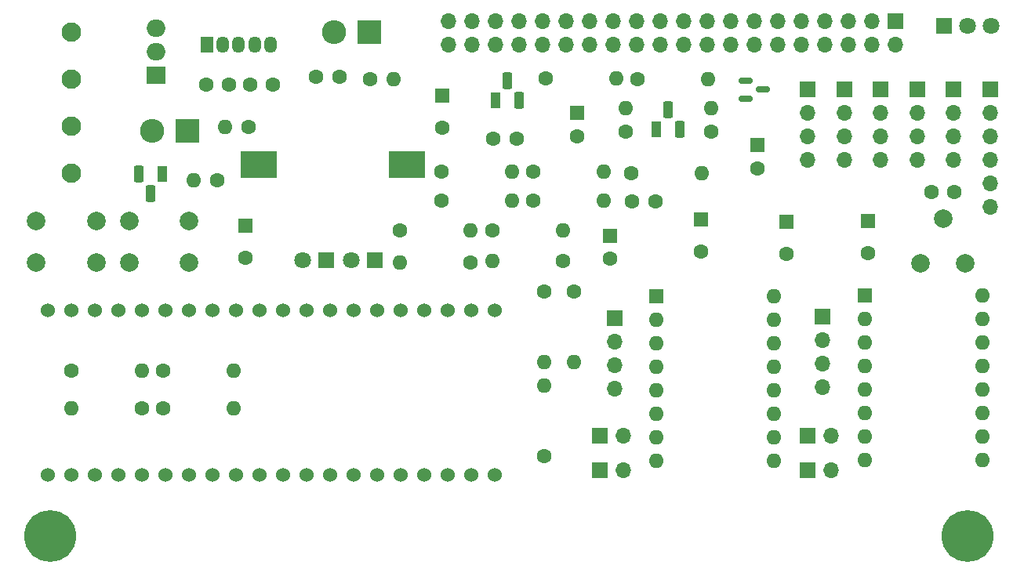
<source format=gbr>
%TF.GenerationSoftware,KiCad,Pcbnew,7.0.1*%
%TF.CreationDate,2023-07-10T14:16:02+02:00*%
%TF.ProjectId,RasPi-Car,52617350-692d-4436-9172-2e6b69636164,rev?*%
%TF.SameCoordinates,Original*%
%TF.FileFunction,Soldermask,Top*%
%TF.FilePolarity,Negative*%
%FSLAX46Y46*%
G04 Gerber Fmt 4.6, Leading zero omitted, Abs format (unit mm)*
G04 Created by KiCad (PCBNEW 7.0.1) date 2023-07-10 14:16:02*
%MOMM*%
%LPD*%
G01*
G04 APERTURE LIST*
G04 Aperture macros list*
%AMRoundRect*
0 Rectangle with rounded corners*
0 $1 Rounding radius*
0 $2 $3 $4 $5 $6 $7 $8 $9 X,Y pos of 4 corners*
0 Add a 4 corners polygon primitive as box body*
4,1,4,$2,$3,$4,$5,$6,$7,$8,$9,$2,$3,0*
0 Add four circle primitives for the rounded corners*
1,1,$1+$1,$2,$3*
1,1,$1+$1,$4,$5*
1,1,$1+$1,$6,$7*
1,1,$1+$1,$8,$9*
0 Add four rect primitives between the rounded corners*
20,1,$1+$1,$2,$3,$4,$5,0*
20,1,$1+$1,$4,$5,$6,$7,0*
20,1,$1+$1,$6,$7,$8,$9,0*
20,1,$1+$1,$8,$9,$2,$3,0*%
G04 Aperture macros list end*
%ADD10R,1.700000X1.700000*%
%ADD11O,1.700000X1.700000*%
%ADD12R,1.350000X1.800000*%
%ADD13O,1.350000X1.800000*%
%ADD14C,1.600000*%
%ADD15O,1.600000X1.600000*%
%ADD16R,1.600000X1.600000*%
%ADD17C,2.100000*%
%ADD18C,2.000000*%
%ADD19R,1.100000X1.800000*%
%ADD20RoundRect,0.275000X0.275000X0.625000X-0.275000X0.625000X-0.275000X-0.625000X0.275000X-0.625000X0*%
%ADD21R,2.000000X1.905000*%
%ADD22O,2.000000X1.905000*%
%ADD23R,1.800000X1.800000*%
%ADD24C,1.800000*%
%ADD25RoundRect,0.275000X-0.275000X-0.625000X0.275000X-0.625000X0.275000X0.625000X-0.275000X0.625000X0*%
%ADD26R,2.600000X2.600000*%
%ADD27O,2.600000X2.600000*%
%ADD28C,5.600000*%
%ADD29RoundRect,0.150000X-0.587500X-0.150000X0.587500X-0.150000X0.587500X0.150000X-0.587500X0.150000X0*%
%ADD30C,1.524000*%
%ADD31R,4.000000X3.000000*%
G04 APERTURE END LIST*
D10*
%TO.C,J10*%
X187198000Y-93980000D03*
D11*
X187198000Y-96520000D03*
X187198000Y-99060000D03*
X187198000Y-101600000D03*
%TD*%
D12*
%TO.C,U1*%
X114477800Y-89154000D03*
D13*
X116177800Y-89154000D03*
X117877800Y-89154000D03*
X119577800Y-89154000D03*
X121277800Y-89154000D03*
%TD*%
D10*
%TO.C,J6*%
X179324000Y-93980000D03*
D11*
X179324000Y-96520000D03*
X179324000Y-99060000D03*
X179324000Y-101600000D03*
%TD*%
D14*
%TO.C,R2*%
X139750800Y-105968800D03*
D15*
X147370800Y-105968800D03*
%TD*%
D16*
%TO.C,C7*%
X167767000Y-108006000D03*
D14*
X167767000Y-111506000D03*
%TD*%
%TO.C,R11*%
X154051000Y-115824000D03*
D15*
X154051000Y-123444000D03*
%TD*%
D14*
%TO.C,R16*%
X99822000Y-124333000D03*
D15*
X107442000Y-124333000D03*
%TD*%
D10*
%TO.C,J3*%
X158470600Y-118643400D03*
D11*
X158470600Y-121183400D03*
X158470600Y-123723400D03*
X158470600Y-126263400D03*
%TD*%
D14*
%TO.C,C9*%
X162864800Y-106045000D03*
X160364800Y-106045000D03*
%TD*%
%TO.C,R13*%
X168910000Y-98552000D03*
D15*
X168910000Y-96012000D03*
%TD*%
D17*
%TO.C,J1*%
X99822000Y-102997000D03*
X99822000Y-97917000D03*
X99822000Y-92837000D03*
X99822000Y-87757000D03*
%TD*%
D14*
%TO.C,C3*%
X121589800Y-93472000D03*
X119089800Y-93472000D03*
%TD*%
%TO.C,C8*%
X128758000Y-92583000D03*
X126258000Y-92583000D03*
%TD*%
%TO.C,R10*%
X152908000Y-112522000D03*
D15*
X145288000Y-112522000D03*
%TD*%
D14*
%TO.C,C15*%
X114350800Y-93472000D03*
X116850800Y-93472000D03*
%TD*%
%TO.C,R17*%
X149656800Y-105968800D03*
D15*
X157276800Y-105968800D03*
%TD*%
D14*
%TO.C,R4*%
X109728000Y-128397000D03*
D15*
X117348000Y-128397000D03*
%TD*%
D14*
%TO.C,R15*%
X107442000Y-128397000D03*
D15*
X99822000Y-128397000D03*
%TD*%
D16*
%TO.C,C2*%
X139877800Y-94613349D03*
D14*
X139877800Y-98113349D03*
%TD*%
D16*
%TO.C,C13*%
X173863000Y-99989000D03*
D14*
X173863000Y-102489000D03*
%TD*%
D10*
%TO.C,JP1*%
X156845000Y-135128000D03*
D11*
X159385000Y-135128000D03*
%TD*%
D18*
%TO.C,RV1*%
X191516000Y-112776000D03*
X193929000Y-107950000D03*
X196342000Y-112776000D03*
%TD*%
D14*
%TO.C,C4*%
X145358800Y-99314000D03*
X147858800Y-99314000D03*
%TD*%
%TO.C,R21*%
X118901000Y-98044000D03*
D15*
X116361000Y-98044000D03*
%TD*%
D10*
%TO.C,J9*%
X195072000Y-93980000D03*
D11*
X195072000Y-96520000D03*
X195072000Y-99060000D03*
X195072000Y-101600000D03*
%TD*%
D10*
%TO.C,J7*%
X183261000Y-93980000D03*
D11*
X183261000Y-96520000D03*
X183261000Y-99060000D03*
X183261000Y-101600000D03*
%TD*%
D16*
%TO.C,C6*%
X185801000Y-108133000D03*
D14*
X185801000Y-111633000D03*
%TD*%
D19*
%TO.C,Q4*%
X109601000Y-103105000D03*
D20*
X108331000Y-105175000D03*
X107061000Y-103105000D03*
%TD*%
D16*
%TO.C,A1*%
X162991800Y-116332000D03*
D15*
X162991800Y-118872000D03*
X162991800Y-121412000D03*
X162991800Y-123952000D03*
X162991800Y-126492000D03*
X162991800Y-129032000D03*
X162991800Y-131572000D03*
X162991800Y-134112000D03*
X175691800Y-134112000D03*
X175691800Y-131572000D03*
X175691800Y-129032000D03*
X175691800Y-126492000D03*
X175691800Y-123952000D03*
X175691800Y-121412000D03*
X175691800Y-118872000D03*
X175691800Y-116332000D03*
%TD*%
D21*
%TO.C,Q3*%
X108966000Y-92456000D03*
D22*
X108966000Y-89916000D03*
X108966000Y-87376000D03*
%TD*%
D14*
%TO.C,R22*%
X132080000Y-92811600D03*
D15*
X134620000Y-92811600D03*
%TD*%
D16*
%TO.C,C5*%
X154406600Y-96509200D03*
D14*
X154406600Y-99009200D03*
%TD*%
D10*
%TO.C,J2*%
X188772800Y-86614000D03*
D11*
X188772800Y-89154000D03*
X186232800Y-86614000D03*
X186232800Y-89154000D03*
X183692800Y-86614000D03*
X183692800Y-89154000D03*
X181152800Y-86614000D03*
X181152800Y-89154000D03*
X178612800Y-86614000D03*
X178612800Y-89154000D03*
X176072800Y-86614000D03*
X176072800Y-89154000D03*
X173532800Y-86614000D03*
X173532800Y-89154000D03*
X170992800Y-86614000D03*
X170992800Y-89154000D03*
X168452800Y-86614000D03*
X168452800Y-89154000D03*
X165912800Y-86614000D03*
X165912800Y-89154000D03*
X163372800Y-86614000D03*
X163372800Y-89154000D03*
X160832800Y-86614000D03*
X160832800Y-89154000D03*
X158292800Y-86614000D03*
X158292800Y-89154000D03*
X155752800Y-86614000D03*
X155752800Y-89154000D03*
X153212800Y-86614000D03*
X153212800Y-89154000D03*
X150672800Y-86614000D03*
X150672800Y-89154000D03*
X148132800Y-86614000D03*
X148132800Y-89154000D03*
X145592800Y-86614000D03*
X145592800Y-89154000D03*
X143052800Y-86614000D03*
X143052800Y-89154000D03*
X140512800Y-86614000D03*
X140512800Y-89154000D03*
%TD*%
D23*
%TO.C,D4*%
X194081400Y-87122000D03*
D24*
X199161400Y-87122000D03*
X196621400Y-87122000D03*
%TD*%
D14*
%TO.C,R8*%
X135305800Y-109220000D03*
D15*
X142925800Y-109220000D03*
%TD*%
D19*
%TO.C,Q1*%
X162966400Y-98240800D03*
D25*
X164236400Y-96170800D03*
X165506400Y-98240800D03*
%TD*%
D10*
%TO.C,JP4*%
X156845000Y-131368800D03*
D11*
X159385000Y-131368800D03*
%TD*%
D26*
%TO.C,D2*%
X131953000Y-87757000D03*
D27*
X128143000Y-87757000D03*
%TD*%
D14*
%TO.C,R20*%
X142875000Y-112649000D03*
D15*
X135255000Y-112649000D03*
%TD*%
D16*
%TO.C,A2*%
X185470800Y-116205000D03*
D15*
X185470800Y-118745000D03*
X185470800Y-121285000D03*
X185470800Y-123825000D03*
X185470800Y-126365000D03*
X185470800Y-128905000D03*
X185470800Y-131445000D03*
X185470800Y-133985000D03*
X198170800Y-133985000D03*
X198170800Y-131445000D03*
X198170800Y-128905000D03*
X198170800Y-126365000D03*
X198170800Y-123825000D03*
X198170800Y-121285000D03*
X198170800Y-118745000D03*
X198170800Y-116205000D03*
%TD*%
D14*
%TO.C,R9*%
X145313400Y-109220000D03*
D15*
X152933400Y-109220000D03*
%TD*%
D18*
%TO.C,SW2*%
X106045000Y-108149000D03*
X112545000Y-108149000D03*
X106045000Y-112649000D03*
X112545000Y-112649000D03*
%TD*%
D26*
%TO.C,D1*%
X112308000Y-98425000D03*
D27*
X108498000Y-98425000D03*
%TD*%
D10*
%TO.C,J5*%
X199009000Y-93980000D03*
D11*
X199009000Y-96520000D03*
X199009000Y-99060000D03*
X199009000Y-101600000D03*
X199009000Y-104140000D03*
X199009000Y-106680000D03*
%TD*%
D16*
%TO.C,C1*%
X118618000Y-108641000D03*
D14*
X118618000Y-112141000D03*
%TD*%
D16*
%TO.C,C11*%
X177038000Y-108260000D03*
D14*
X177038000Y-111760000D03*
%TD*%
%TO.C,R7*%
X160909000Y-92837000D03*
D15*
X168529000Y-92837000D03*
%TD*%
D14*
%TO.C,C14*%
X195179000Y-105029000D03*
X192679000Y-105029000D03*
%TD*%
%TO.C,R19*%
X109728000Y-124333000D03*
D15*
X117348000Y-124333000D03*
%TD*%
D14*
%TO.C,R18*%
X150876000Y-133604000D03*
D15*
X150876000Y-125984000D03*
%TD*%
D28*
%TO.C,REF\u002A\u002A*%
X97536000Y-142240000D03*
%TD*%
D23*
%TO.C,D5*%
X132588000Y-112395000D03*
D24*
X130048000Y-112395000D03*
%TD*%
D14*
%TO.C,R3*%
X149656800Y-102870000D03*
D15*
X157276800Y-102870000D03*
%TD*%
D16*
%TO.C,C12*%
X157962600Y-109768000D03*
D14*
X157962600Y-112268000D03*
%TD*%
%TO.C,R23*%
X115519200Y-103733600D03*
D15*
X112979200Y-103733600D03*
%TD*%
D10*
%TO.C,JP3*%
X179319000Y-131368800D03*
D11*
X181859000Y-131368800D03*
%TD*%
D19*
%TO.C,U3*%
X145592800Y-95091200D03*
D25*
X146862800Y-93021200D03*
X148132800Y-95091200D03*
%TD*%
D14*
%TO.C,R5*%
X151053800Y-92760800D03*
D15*
X158673800Y-92760800D03*
%TD*%
D18*
%TO.C,SW1*%
X102512000Y-112649000D03*
X96012000Y-112649000D03*
X102512000Y-108149000D03*
X96012000Y-108149000D03*
%TD*%
D10*
%TO.C,J8*%
X191135000Y-93980000D03*
D11*
X191135000Y-96520000D03*
X191135000Y-99060000D03*
X191135000Y-101600000D03*
%TD*%
D14*
%TO.C,R14*%
X150876000Y-115824000D03*
D15*
X150876000Y-123444000D03*
%TD*%
D28*
%TO.C,REF\u002A\u002A*%
X196596000Y-142240000D03*
%TD*%
D23*
%TO.C,D3*%
X127355600Y-112420400D03*
D24*
X124815600Y-112420400D03*
%TD*%
D14*
%TO.C,R1*%
X139750800Y-102870000D03*
D15*
X147370800Y-102870000D03*
%TD*%
D14*
%TO.C,R12*%
X159639000Y-98501200D03*
D15*
X159639000Y-95961200D03*
%TD*%
D10*
%TO.C,JP2*%
X179324000Y-135128000D03*
D11*
X181864000Y-135128000D03*
%TD*%
D10*
%TO.C,J4*%
X180924200Y-118491000D03*
D11*
X180924200Y-121031000D03*
X180924200Y-123571000D03*
X180924200Y-126111000D03*
%TD*%
D29*
%TO.C,Q2*%
X172623000Y-93030000D03*
X172623000Y-94930000D03*
X174498000Y-93980000D03*
%TD*%
D14*
%TO.C,R6*%
X160274000Y-102997000D03*
D15*
X167894000Y-102997000D03*
%TD*%
D30*
%TO.C,U2*%
X97231200Y-135636000D03*
X99771200Y-135636000D03*
X102311200Y-135636000D03*
X104851200Y-135636000D03*
X107391200Y-135636000D03*
X109931200Y-135636000D03*
X112471200Y-135636000D03*
X115011200Y-135636000D03*
X117551200Y-135636000D03*
X120091200Y-135636000D03*
X122631200Y-135636000D03*
X125171200Y-135636000D03*
X127711200Y-135636000D03*
X130251200Y-135636000D03*
X132791200Y-135636000D03*
X135331200Y-135636000D03*
X137871200Y-135636000D03*
X140411200Y-135636000D03*
X142951200Y-135636000D03*
X145491200Y-135636000D03*
X145491200Y-117856000D03*
X142951200Y-117856000D03*
X140411200Y-117856000D03*
X137871200Y-117856000D03*
X135331200Y-117856000D03*
X132791200Y-117856000D03*
X130251200Y-117856000D03*
X127711200Y-117856000D03*
X125171200Y-117856000D03*
X122631200Y-117856000D03*
X120091200Y-117856000D03*
X117551200Y-117856000D03*
X115011200Y-117856000D03*
X112471200Y-117856000D03*
X109931200Y-117856000D03*
X107391200Y-117856000D03*
X104851200Y-117856000D03*
X102311200Y-117856000D03*
X99771200Y-117856000D03*
X97231200Y-117856000D03*
%TD*%
D31*
%TO.C,L1*%
X120065800Y-102108000D03*
X136065800Y-102108000D03*
%TD*%
M02*

</source>
